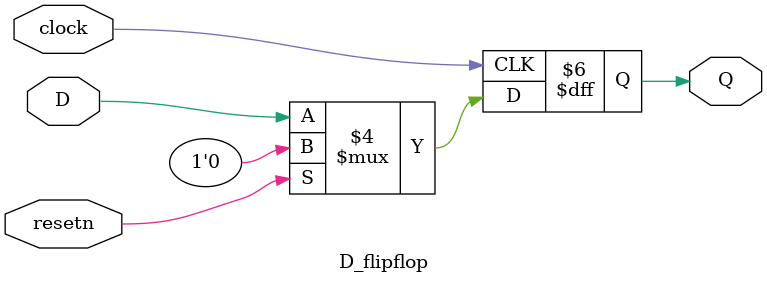
<source format=v>
module part1(Clock,Enable,Reset,CounterValue);
input Clock,Enable,Reset;
output [7:0] CounterValue;
wire [6:0] g1;



Tflipflop f0(.Ts(Enable),.clocks(Clock),.resetns(Reset),.q(g1[0]),.cvalue(CounterValue[0]));
Tflipflop f1(.Ts(g1[0]),.clocks(Clock),.resetns(Reset),.q(g1[1]),.cvalue(CounterValue[1]));
Tflipflop f2(.Ts(g1[1]),.clocks(Clock),.resetns(Reset),.q(g1[2]),.cvalue(CounterValue[2]));
Tflipflop f3(.Ts(g1[2]),.clocks(Clock),.resetns(Reset),.q(g1[3]),.cvalue(CounterValue[3]));
Tflipflop f4(.Ts(g1[3]),.clocks(Clock),.resetns(Reset),.q(g1[4]),.cvalue(CounterValue[4]));
Tflipflop f5(.Ts(g1[4]),.clocks(Clock),.resetns(Reset),.q(g1[5]),.cvalue(CounterValue[5]));
Tflipflop f6(.Ts(g1[5]),.clocks(Clock),.resetns(Reset),.q(g1[6]),.cvalue(CounterValue[6]));
Tflipflop f7(.Ts(g1[6]),.clocks(Clock),.resetns(Reset),.cvalue(CounterValue[7]));

endmodule 



module Tflipflop(Ts,clocks,resetns,q,cvalue);
input Ts,clocks,resetns;
output q,cvalue;
wire r1;

wire p1;
assign p1=Ts^r1;

D_flipflop b1(.clock(clocks),.resetn(resetns),.Q(r1),.D(p1));


assign q= (Ts&r1);
assign cvalue=r1;

endmodule


module D_flipflop(clock,resetn,Q,D);
input clock,D,resetn;
output reg Q;


always @ (posedge clock) 
if (resetn==1)
Q<=0;
else 
Q<=D;


endmodule 



</source>
